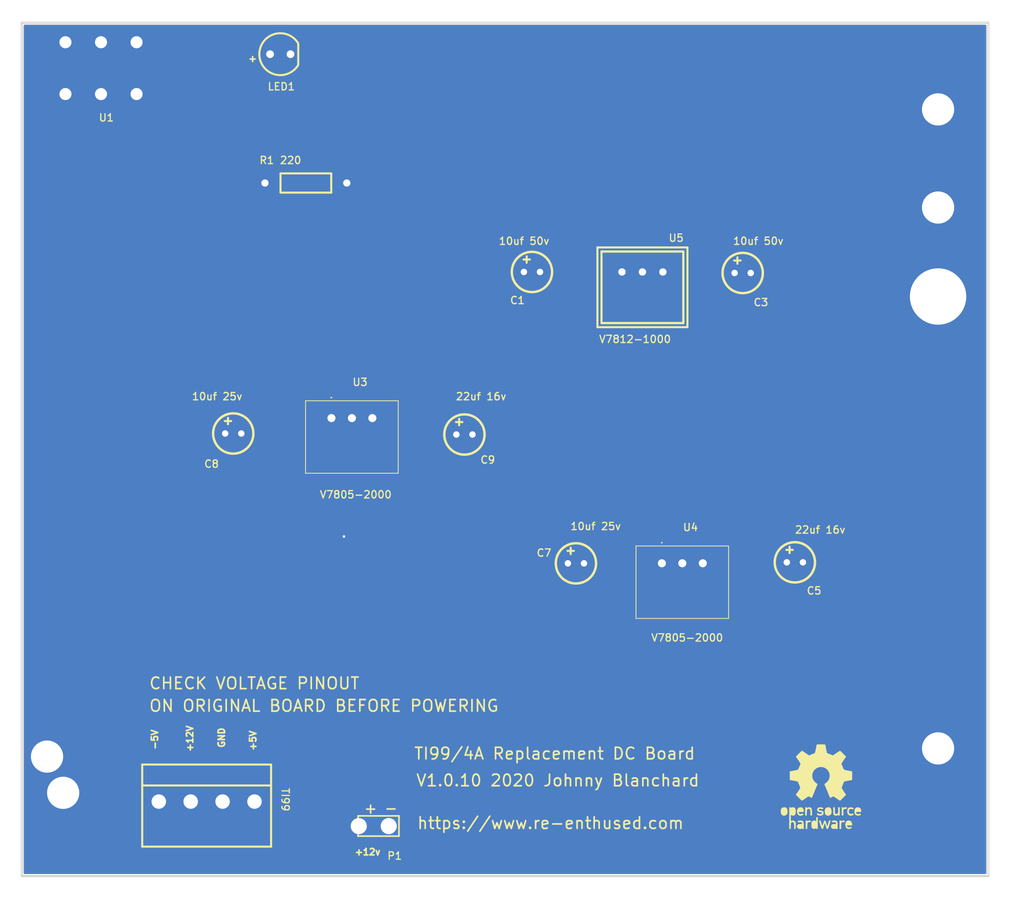
<source format=kicad_pcb>
(kicad_pcb (version 20231231) (generator "pcbnew") (generator_version "7.99")
  (layers (0 "F.Cu" signal "TopLayer") (31 "B.Cu" signal "BottomLayer") (34 "B.Paste" user "BottomPasteMaskLayer") (35 "F.Paste" user "TopPasteMaskLayer") (36 "B.SilkS" user "BottomSilkLayer") (37 "F.SilkS" user "TopSilkLayer") (38 "B.Mask" user "BottomSolderMaskLayer") (39 "F.Mask" user "TopSolderMaskLayer") (44 "Edge.Cuts" user "BoardOutline"))
  (net 1 "")
  (net 2 "+12V")
  (net 3 "+5V")
  (net 4 "DCIN")
  (net 5 "U1_2")
  (net 6 "LED1_1")
  (net 7 "GND")
  (net 8 "-5V")
  (footprint "EasyEDA:Hole_gge747" (layer "F.Cu") (at 203.919 70.734)
    (property "Reference" "Hole_gge747" (hide yes))
    (property "Value" "Hole_gge747" (hide yes))
  )
  (footprint "EasyEDA:CAP-D5.0×F2.0" (layer "F.Cu") (at 116.416 98.801)
    (property "Reference" "C8")
    (property "Value" "10uf 25v")
  )
  (footprint "EasyEDA:HDR-1X2/2.54" (layer "F.Cu") (at 134.45 147.569)
    (property "Reference" "P1")
    (property "Value" "Barrel Jack" (hide yes))
  )
  (footprint "EasyEDA:CAP-D5.0×F2.0" (layer "F.Cu") (at 186.139 114.803)
    (property "Reference" "C5")
    (property "Value" "22uf 16v")
  )
  (footprint "EasyEDA:Hole_gge748" (layer "F.Cu") (at 93.302 138.933)
    (property "Reference" "Hole_gge748" (hide yes))
    (property "Value" "Hole_gge748" (hide yes))
  )
  (footprint "EasyEDA:CAP-D5.0×F2.0" (layer "F.Cu") (at 179.662 78.862)
    (property "Reference" "C3")
    (property "Value" "10uf 50v")
  )
  (footprint "EasyEDA:V7812W-500" (layer "F.Cu") (at 169.756 78.735 180)
    (property "Reference" "U5")
    (property "Value" "V7812-1000")
  )
  (footprint "EasyEDA:LED-5MM/2.54" (layer "F.Cu") (at 122.258 51.684 90)
    (property "Reference" "LED1")
    (property "Value" "LED-5MM" (hide yes))
  )
  (footprint "EasyEDA:DIP-1X4P-3.96MM-SK" (layer "F.Cu") (at 113.114 144.521)
    (property "Reference" "TI99")
    (property "Value" "Header-Male-2.54_1x4" (hide yes))
  )
  (footprint "EasyEDA:SLIDE_SWITCH" (layer "F.Cu") (at 101.557 56.891)
    (property "Reference" "U1")
    (property "Value" "Slide_Switch" (hide yes))
  )
  (footprint "EasyEDA:V78031500" (layer "F.Cu") (at 131.148 94.737)
    (property "Reference" "U3")
    (property "Value" "V7805-2000")
  )
  (footprint "EasyEDA:Hole_gge745" (layer "F.Cu") (at 203.919 137.917)
    (property "Reference" "Hole_gge745" (hide yes))
    (property "Value" "Hole_gge745" (hide yes))
  )
  (footprint "EasyEDA:Hole_gge744" (layer "F.Cu") (at 203.919 58.542)
    (property "Reference" "Hole_gge744" (hide yes))
    (property "Value" "Hole_gge744" (hide yes))
  )
  (footprint "EasyEDA:Hole_gge749" (layer "F.Cu") (at 95.302 143.4331)
    (property "Reference" "Hole_gge749" (hide yes))
    (property "Value" "Hole_gge749" (hide yes))
  )
  (footprint "EasyEDA:V78031500" (layer "F.Cu") (at 172.169 112.771)
    (property "Reference" "U4")
    (property "Value" "V7805-2000")
  )
  (footprint "EasyEDA:CAP-D5.0×F2.0" (layer "F.Cu") (at 145.118 98.928)
    (property "Reference" "C9")
    (property "Value" "22uf 16v")
  )
  (footprint "EasyEDA:CAP-D5.0×F2.0" (layer "F.Cu") (at 153.5 78.735)
    (property "Reference" "C1")
    (property "Value" "10uf 50v")
  )
  (footprint "EasyEDA:L_AXIAL-0.4" (layer "F.Cu") (at 125.433 67.686)
    (property "Reference" "R1")
    (property "Value" "220")
  )
  (footprint "EasyEDA:CAP-D5.0×F2.0" (layer "F.Cu") (at 158.961 114.93)
    (property "Reference" "C7")
    (property "Value" "10uf 25v")
  )
  (footprint "EasyEDA:Hole_gge746" (layer "F.Cu") (at 203.919 81.783)
    (property "Reference" "Hole_gge746" (hide yes))
    (property "Value" "Hole_gge746" (hide yes))
  )
  (gr_poly (pts (xy 190.4368 145.5119) (xy 190.462788 145.567605) (xy 190.475423 145.616437) (xy 190.484088 145.671812) (xy 190.488599 145.731318) (xy 190.488771 145.792543) (xy 190.484418 145.853075) (xy 190.475355 145.910503) (xy 190.469 145.9373) (xy 190.443522 145.983921) (xy 190.398536 146.021541) (xy 190.340709 146.047485) (xy 190.276709 146.059081) (xy 190.213205 146.053654) (xy 190.1933 146.0476) (xy 190.142182 146.020097) (xy 190.102327 145.979163) (xy 190.073376 145.92404) (xy 190.054967 145.853973) (xy 190.048374 145.798587) (xy 190.0462 145.736) (xy 190.049672 145.665744) (xy 190.060087 145.604834) (xy 190.077439 145.553275) (xy 190.116465 145.493486) (xy 190.171075 145.454778) (xy 190.241251 145.437174) (xy 190.2681 145.436) (xy 190.323287 145.440406) (xy 190.378842 145.459018) (xy 190.422209 145.493421) (xy 190.4368 145.5119)) (fill solid) (layer "F.SilkS"))
  (gr_poly (pts (xy 185.4387 146.5817) (xy 185.4387 147.932) (xy 185.5326 147.9212) (xy 185.6265 147.9104) (xy 185.6435 147.5251) (xy 185.646899 147.453362) (xy 185.650515 147.389603) (xy 185.654542 147.333357) (xy 185.664612 147.241553) (xy 185.678673 147.174235) (xy 185.698285 147.127693) (xy 185.741529 147.088712) (xy 185.806052 147.075592) (xy 185.8332 147.0748) (xy 185.883803 147.082778) (xy 185.9385 147.103867) (xy 185.9698 147.1226) (xy 186.004723 147.160979) (xy 186.022009 147.208062) (xy 186.033697 147.282056) (xy 186.039282 147.351326) (xy 186.043736 147.440043) (xy 186.045707 147.492629) (xy 186.0476 147.5512) (xy 186.0592 147.9314) (xy 186.15 147.9209) (xy 186.2408 147.9104) (xy 186.2504 147.5071) (xy 186.2601 147.1038) (xy 186.1429 146.9866) (xy 186.094716 146.94163) (xy 186.051349 146.909119) (xy 185.995019 146.882293) (xy 185.932848 146.870758) (xy 185.897 146.8695) (xy 185.841757 146.873884) (xy 185.787612 146.8859) (xy 185.740385 146.90384) (xy 185.7059 146.926) (xy 185.655561 146.933686) (xy 185.647397 146.875846) (xy 185.644798 146.808057) (xy 185.643716 146.712755) (xy 185.64354 146.65368) (xy 185.6435 146.5864) (xy 185.6435 146.1904) (xy 185.7665 146.2417) (xy 185.822671 146.261353) (xy 185.877042 146.272626) (xy 185.929507 146.275539) (xy 185.979962 146.270112) (xy 186.028303 146.256365) (xy 186.074426 146.234317) (xy 186.118226 146.203988) (xy 186.1596 146.1654) (xy 186.192643 146.125045) (xy 186.216343 146.080671) (xy 186.232643 146.024798) (xy 186.243482 145.949948) (xy 186.248635 145.885811) (xy 186.2528 145.8077) (xy 186.254689 145.753936) (xy 186.255275 145.703492) (xy 186.252409 145.612103) (xy 186.243951 145.532605) (xy 186.22965 145.464075) (xy 186.209255 145.405584) (xy 186.182515 145.356209) (xy 186.14918 145.315023) (xy 186.109 145.2811) (xy 186.049714 145.253902) (xy 185.999101 145.241792) (xy 185.943222 145.234629) (xy 185.88517 145.232524) (xy 185.828035 145.235589) (xy 185.774909 145.243935) (xy 185.7095 145.2666) (xy 185.659437 145.2849) (xy 185.6435 145.2666) (xy 185.598241 145.237353) (xy 185.5411 145.2313) (xy 185.4387 145.2313) (xy 185.4387 146.5817)) (fill solid) (layer "F.SilkS"))
  (gr_poly (pts (xy 193.0041 147.1747) (xy 193.024291 147.225984) (xy 193.031056 147.278449) (xy 193.0285 147.2857) (xy 192.971209 147.303156) (xy 192.907193 147.309863) (xy 192.849771 147.312637) (xy 192.8087 147.3132) (xy 192.752129 147.31267) (xy 192.687819 147.309403) (xy 192.634602 147.298801) (xy 192.606 147.2561) (xy 192.619705 147.192858) (xy 192.656545 147.142159) (xy 192.710102 147.105311) (xy 192.773962 147.083625) (xy 192.841708 147.07841) (xy 192.906923 147.090978) (xy 192.963192 147.122637) (xy 193.0041 147.1747)) (fill solid) (layer "F.SilkS"))
  (gr_poly (pts (xy 186.9529 145.4726) (xy 187.001975 145.514825) (xy 187.041381 145.565626) (xy 187.013615 145.619722) (xy 186.939429 145.635723) (xy 186.865447 145.64025) (xy 186.821 145.6408) (xy 186.739654 145.639434) (xy 186.678231 145.634734) (xy 186.621685 145.619446) (xy 186.615631 145.56444) (xy 186.660476 145.508733) (xy 186.6829 145.4857) (xy 186.735784 145.43869) (xy 186.782524 145.41249) (xy 186.843221 145.409543) (xy 186.89348 145.431036) (xy 186.9529 145.4726)) (fill solid) (layer "F.SilkS"))
  (gr_poly (pts (xy 191.9575 145.7432) (xy 191.9575 146.2551) (xy 192.0599 146.2551) (xy 192.1623 146.2551) (xy 192.1623 145.8809) (xy 192.162376 145.81962) (xy 192.162662 145.765258) (xy 192.164187 145.675409) (xy 192.167531 145.607605) (xy 192.177392 145.539037) (xy 192.203031 145.489793) (xy 192.2345 145.4681) (xy 192.291586 145.448967) (xy 192.349337 145.441645) (xy 192.4047 145.4438) (xy 192.476655 145.438605) (xy 192.545135 145.409116) (xy 192.598986 145.36536) (xy 192.627056 145.317364) (xy 192.6051 145.2641) (xy 192.552197 145.244684) (xy 192.477695 145.234533) (xy 192.421987 145.232875) (xy 192.365618 145.235275) (xy 192.312164 145.241712) (xy 192.245268 145.258883) (xy 192.2283 145.2666) (xy 192.178237 145.2849) (xy 192.1623 145.2666) (xy 192.117041 145.237353) (xy 192.0599 145.2313) (xy 191.9575 145.2313) (xy 191.9575 145.7432)) (fill solid) (layer "F.SilkS"))
  (gr_poly (pts (xy 184.5616 145.2981) (xy 184.514588 145.334185) (xy 184.474557 145.380531) (xy 184.441701 145.436524) (xy 184.416212 145.50155) (xy 184.398284 145.574994) (xy 184.38811 145.656243) (xy 184.385884 145.744683) (xy 184.3918 145.8397) (xy 184.402753 145.918701) (xy 184.418675 145.988057) (xy 184.440034 146.048519) (xy 184.4673 146.100837) (xy 184.50094 146.145763) (xy 184.541425 146.184048) (xy 184.589221 146.216443) (xy 184.6448 146.2437) (xy 184.707884 146.26504) (xy 184.770556 146.276307) (xy 184.832506 146.277574) (xy 184.893425 146.268912) (xy 184.953003 146.250392) (xy 185.010931 146.222085) (xy 185.0669 146.184064) (xy 185.1206 146.1364) (xy 185.156275 146.099735) (xy 185.194424 146.052511) (xy 185.217487 146.004087) (xy 185.229233 145.942616) (xy 185.232638 145.888538) (xy 185.233806 145.819887) (xy 185.2339 145.779) (xy 185.232463 145.709466) (xy 185.22811 145.645035) (xy 185.220777 145.585622) (xy 185.210401 145.531142) (xy 185.196918 145.48151) (xy 185.160374 145.396455) (xy 185.110638 145.32978) (xy 185.047197 145.280809) (xy 184.969544 145.248866) (xy 184.877168 145.233275) (xy 184.8253 145.2314) (xy 184.772097 145.234156) (xy 184.718361 145.241975) (xy 184.666134 145.25435) (xy 184.617456 145.270775) (xy 184.5616 145.2981)) (fill solid) (layer "F.SilkS"))
  (gr_poly (pts (xy 186.5565 146.9231) (xy 186.503685 146.955369) (xy 186.469758 146.992852) (xy 186.495978 147.050188) (xy 186.5433 147.0852) (xy 186.589216 147.10973) (xy 186.643777 147.11371) (xy 186.6582 147.104) (xy 186.707636 147.082901) (xy 186.785043 147.077513) (xy 186.8435 147.081625) (xy 186.901356 147.091183) (xy 186.9534 147.105575) (xy 187.009164 147.13488) (xy 187.0192 147.1464) (xy 187.045368 147.205276) (xy 187.032242 147.262873) (xy 186.985143 147.291299) (xy 186.935471 147.303604) (xy 186.870851 147.310835) (xy 186.791 147.3132) (xy 186.722627 147.31372) (xy 186.668409 147.315923) (xy 186.607462 147.324479) (xy 186.549467 147.350731) (xy 186.511106 147.385752) (xy 186.4827 147.4182) (xy 186.450077 147.459939) (xy 186.416057 147.517579) (xy 186.399387 147.572925) (xy 186.399455 147.630105) (xy 186.415649 147.69325) (xy 186.4351 147.7407) (xy 186.471394 147.797381) (xy 186.522564 147.845117) (xy 186.585173 147.882922) (xy 186.655787 147.909812) (xy 186.730972 147.9248) (xy 186.807292 147.926901) (xy 186.881313 147.915129) (xy 186.9496 147.8885) (xy 186.998233 147.867898) (xy 187.0355 147.8885) (xy 187.081869 147.918549) (xy 187.137883 147.927297) (xy 187.1481 147.9275) (xy 187.2476 147.9275) (xy 187.2476 147.5366) (xy 187.247207 147.459279) (xy 187.245952 147.389044) (xy 187.243717 147.325479) (xy 187.240384 147.268171) (xy 187.235836 147.216708) (xy 187.222623 147.129661) (xy 187.20314 147.061029) (xy 187.176447 147.007506) (xy 187.141603 146.965786) (xy 187.097669 146.93256) (xy 187.072 146.9181) (xy 187.01992 146.897614) (xy 186.957126 146.883232) (xy 186.887209 146.874919) (xy 186.813762 146.872637) (xy 186.740375 146.87635) (xy 186.670642 146.886023) (xy 186.608152 146.901618) (xy 186.5565 146.9231)) (fill solid) (layer "F.SilkS"))
  (gr_poly (pts (xy 188.806 137.663) (xy 188.794774 137.71828) (xy 188.782159 137.780623) (xy 188.768583 137.847895) (xy 188.754475 137.917962) (xy 188.740263 137.98869) (xy 188.726378 138.057945) (xy 188.713247 138.123593) (xy 188.7013 138.1835) (xy 188.689063 138.240371) (xy 188.675707 138.294373) (xy 188.661613 138.344397) (xy 188.639921 138.409554) (xy 188.61871 138.459532) (xy 188.5934 138.4961) (xy 188.547421 138.521462) (xy 188.486219 138.550231) (xy 188.435564 138.572778) (xy 188.378812 138.597225) (xy 188.317493 138.622894) (xy 188.253138 138.649104) (xy 188.2203 138.6622) (xy 187.9008 138.7886) (xy 187.4742 138.4946) (xy 187.430583 138.464633) (xy 187.3879 138.435508) (xy 187.346384 138.407376) (xy 187.267786 138.354692) (xy 187.196656 138.307785) (xy 187.134859 138.26786) (xy 187.08426 138.236122) (xy 187.03344 138.2065) (xy 187.019 138.2005) (xy 186.961145 138.24495) (xy 186.917147 138.284551) (xy 186.863655 138.334363) (xy 186.802285 138.392882) (xy 186.734653 138.458604) (xy 186.698994 138.493696) (xy 186.662376 138.530023) (xy 186.625 138.5674) (xy 186.2595 138.9343) (xy 186.5488 139.3584) (xy 186.578267 139.401813) (xy 186.606909 139.444408) (xy 186.661123 139.526192) (xy 186.710253 139.601851) (xy 186.753112 139.669487) (xy 186.788513 139.727199) (xy 186.81527 139.773089) (xy 186.8381 139.8218) (xy 186.81314 139.902105) (xy 186.774752 140.000258) (xy 186.751188 140.057728) (xy 186.725669 140.118575) (xy 186.698912 140.181137) (xy 186.671636 140.243749) (xy 186.644559 140.304748) (xy 186.6184 140.36247) (xy 186.593876 140.415251) (xy 186.571706 140.461428) (xy 186.537299 140.527316) (xy 186.5265 140.5437) (xy 186.474854 140.566323) (xy 186.423662 140.581586) (xy 186.358437 140.598762) (xy 186.281338 140.617312) (xy 186.194526 140.636695) (xy 186.10016 140.656371) (xy 186.050819 140.66615) (xy 186.0004 140.6758) (xy 185.507 140.7685) (xy 185.507 141.3048) (xy 185.507 141.8411) (xy 185.9422 141.92) (xy 186.031047 141.936414) (xy 186.116731 141.952746) (xy 186.197174 141.968568) (xy 186.2703 141.98345) (xy 186.334032 141.996962) (xy 186.386293 142.008678) (xy 186.438637 142.021942) (xy 186.4481 142.025) (xy 186.488432 142.057178) (xy 186.52321 142.107132) (xy 186.549106 142.15371) (xy 186.577518 142.211518) (xy 186.608742 142.281079) (xy 186.643075 142.362915) (xy 186.6615 142.4086) (xy 186.690099 142.481643) (xy 186.716782 142.55204) (xy 186.740965 142.618092) (xy 186.762062 142.6781) (xy 186.779489 142.730363) (xy 186.797468 142.790522) (xy 186.8039 142.8237) (xy 186.782296 142.877293) (xy 186.756976 142.923768) (xy 186.723475 142.980875) (xy 186.682913 143.046746) (xy 186.636415 143.119518) (xy 186.585103 143.197325) (xy 186.5301 143.2783) (xy 186.2562 143.6756) (xy 186.6234 144.0439) (xy 186.660921 144.081406) (xy 186.69764 144.11786) (xy 186.733355 144.153075) (xy 186.800974 144.219028) (xy 186.862172 144.277755) (xy 186.915346 144.327746) (xy 186.958891 144.367488) (xy 187.002645 144.404584) (xy 187.0151 144.4121) (xy 187.07498 144.379198) (xy 187.12184 144.349885) (xy 187.17919 144.313013) (xy 187.245296 144.269694) (xy 187.318426 144.221042) (xy 187.396847 144.16817) (xy 187.4375 144.1405) (xy 187.8353 143.8689) (xy 188.0398 143.9721) (xy 188.100929 144.002196) (xy 188.155768 144.027834) (xy 188.213955 144.05285) (xy 188.2549 144.0645) (xy 188.276458 144.018816) (xy 188.308021 143.945321) (xy 188.328731 143.896214) (xy 188.352624 143.839112) (xy 188.379625 143.7742) (xy 188.409655 143.701661) (xy 188.44264 143.621679) (xy 188.478502 143.534439) (xy 188.517165 143.440125) (xy 188.558553 143.338919) (xy 188.602589 143.231007) (xy 188.649197 143.116573) (xy 188.6983 142.9958) (xy 188.722202 142.937163) (xy 188.747639 142.875156) (xy 188.773827 142.811658) (xy 188.799987 142.74855) (xy 188.825336 142.68771) (xy 188.849092 142.631018) (xy 188.870474 142.580355) (xy 188.8887 142.5376) (xy 188.9682 142.3524) (xy 188.8695 142.2816) (xy 188.799787 142.229501) (xy 188.734847 142.1767) (xy 188.674643 142.123132) (xy 188.619137 142.068732) (xy 188.56829 142.013435) (xy 188.522064 141.957176) (xy 188.480422 141.89989) (xy 188.443325 141.841512) (xy 188.410734 141.781978) (xy 188.382613 141.721222) (xy 188.358922 141.659179) (xy 188.339625 141.595785) (xy 188.324681 141.530976) (xy 188.314055 141.464684) (xy 188.307707 141.396847) (xy 188.3056 141.3274) (xy 188.308107 141.245565) (xy 188.315593 141.166022) (xy 188.328001 141.088862) (xy 188.345275 141.014175) (xy 188.367357 140.942051) (xy 188.394193 140.872583) (xy 188.425726 140.805861) (xy 188.4619 140.741975) (xy 188.502657 140.681016) (xy 188.547943 140.623075) (xy 188.597701 140.568244) (xy 188.651875 140.516612) (xy 188.710407 140.468271) (xy 188.773243 140.423311) (xy 188.840326 140.381824) (xy 188.9116 140.3439) (xy 188.978968 140.3117) (xy 189.037915 140.286107) (xy 189.091392 140.266413) (xy 189.14235 140.251912) (xy 189.193738 140.241897) (xy 189.248509 140.23566) (xy 189.309612 140.232497) (xy 189.38 140.2317) (xy 189.459268 140.234505) (xy 189.536874 140.242549) (xy 189.612646 140.255726) (xy 189.686414 140.273928) (xy 189.758007 140.297048) (xy 189.827256 140.32498) (xy 189.893989 140.357616) (xy 189.958037 140.39485) (xy 190.019229 140.436574) (xy 190.077395 140.482682) (xy 190.132364 140.533067) (xy 190.183967 140.587621) (xy 190.232032 140.646239) (xy 190.276389 140.708812) (xy 190.316869 140.775235) (xy 190.3533 140.8454) (xy 190.382252 140.908274) (xy 190.405385 140.96441) (xy 190.423304 141.01657) (xy 190.436612 141.067512) (xy 190.445912 141.119996) (xy 190.451807 141.176782) (xy 190.454902 141.24063) (xy 190.4558 141.3143) (xy 190.453829 141.387259) (xy 190.447856 141.457817) (xy 190.437791 141.526129) (xy 190.423543 141.59235) (xy 190.405023 141.656634) (xy 190.38214 141.719138) (xy 190.354804 141.780016) (xy 190.322925 141.839425) (xy 190.286411 141.897518) (xy 190.245175 141.954452) (xy 190.199124 142.010381) (xy 190.148168 142.065462) (xy 190.092218 142.119849) (xy 190.031184 142.173697) (xy 189.964974 142.227162) (xy 189.8935 142.2804) (xy 189.7964 142.35) (xy 190.0454 142.9459) (xy 190.071288 143.00794) (xy 190.097495 143.070844) (xy 190.123841 143.134176) (xy 190.150146 143.1975) (xy 190.17623 143.260378) (xy 190.201912 143.322374) (xy 190.227012 143.383052) (xy 190.25135 143.441975) (xy 190.274745 143.498706) (xy 190.297019 143.55281) (xy 190.317989 143.603849) (xy 190.337478 143.651387) (xy 190.371285 143.734214) (xy 190.397 143.7978) (xy 190.417815 143.849442) (xy 190.437581 143.898042) (xy 190.464256 143.962843) (xy 190.485984 144.014646) (xy 190.506995 144.062079) (xy 190.5084 144.0645) (xy 190.560804 144.047723) (xy 190.623312 144.019863) (xy 190.680364 143.992595) (xy 190.7216 143.9721) (xy 190.9261 143.8689) (xy 191.3239 144.1405) (xy 191.404316 144.195064) (xy 191.480309 144.245965) (xy 191.550148 144.29209) (xy 191.6121 144.332325) (xy 191.664433 144.365556) (xy 191.721109 144.399837) (xy 191.7464 144.4121) (xy 191.802512 144.367538) (xy 191.846014 144.327835) (xy 191.899141 144.277892) (xy 191.960287 144.219214) (xy 192.027846 144.15331) (xy 192.06353 144.118119) (xy 192.100214 144.081686) (xy 192.1377 144.0442) (xy 192.5045 143.6763) (xy 192.231 143.2716) (xy 192.176098 143.189175) (xy 192.124939 143.110107) (xy 192.078638 143.036283) (xy 192.038312 142.969587) (xy 192.005079 142.911905) (xy 191.980054 142.865123) (xy 191.9591 142.8118) (xy 191.971179 142.762198) (xy 191.993367 142.694816) (xy 192.013282 142.638702) (xy 192.036596 142.575613) (xy 192.062706 142.507244) (xy 192.091011 142.43529) (xy 192.1058 142.3985) (xy 192.251 142.0401) (xy 192.4199 142.001) (xy 192.485061 141.986689) (xy 192.540634 141.975111) (xy 192.603513 141.962381) (xy 192.67164 141.948908) (xy 192.742957 141.9351) (xy 192.815405 141.921366) (xy 192.886928 141.908116) (xy 192.9217 141.9018) (xy 193.2544 141.8417) (xy 193.2544 141.3051) (xy 193.2544 140.7685) (xy 192.761 140.6758) (xy 192.710589 140.66615) (xy 192.661275 140.656371) (xy 192.567012 140.636695) (xy 192.480361 140.617312) (xy 192.403475 140.598762) (xy 192.338503 140.581586) (xy 192.2876 140.566323) (xy 192.2366 140.5437) (xy 192.210882 140.498858) (xy 192.169648 140.413981) (xy 192.145037 140.360746) (xy 192.118736 140.302563) (xy 192.091476 140.241118) (xy 192.063987 140.1781) (xy 192.036998 140.115193) (xy 192.011239 140.054086) (xy 191.987441 139.996466) (xy 191.966332 139.944018) (xy 191.935106 139.861391) (xy 191.9234 139.8197) (xy 191.946334 139.7723) (xy 191.973212 139.727014) (xy 192.008775 139.66985) (xy 192.051827 139.602692) (xy 192.101178 139.527425) (xy 192.155633 139.445932) (xy 192.184402 139.403441) (xy 192.214 139.3601) (xy 192.5047 138.9366) (xy 192.1378 138.5686) (xy 192.100288 138.531095) (xy 192.063565 138.494643) (xy 192.027829 138.459433) (xy 191.960126 138.393494) (xy 191.89879 138.334784) (xy 191.845429 138.284813) (xy 191.801652 138.245088) (xy 191.757477 138.208011) (xy 191.7447 138.2005) (xy 191.68028 138.23609) (xy 191.629808 138.267794) (xy 191.56802 138.307672) (xy 191.496783 138.354517) (xy 191.417963 138.407124) (xy 191.376293 138.435211) (xy 191.333427 138.464287) (xy 191.2896 138.4942) (xy 190.8608 138.7879) (xy 190.4962 138.6391) (xy 190.1316 138.4903) (xy 190.0894 138.3198) (xy 190.074475 138.255366) (xy 190.062905 138.201483) (xy 190.050491 138.141142) (xy 190.037616 138.076302) (xy 190.024667 138.00892) (xy 190.01203 137.940956) (xy 190.000088 137.874367) (xy 189.9945 137.8422) (xy 189.98357 137.779258) (xy 189.972648 137.718187) (xy 189.962024 137.660491) (xy 189.951987 137.607675) (xy 189.938666 137.540891) (xy 189.92566 137.482969) (xy 189.9235 137.4753) (xy 189.8849 137.437746) (xy 189.82205 137.425387) (xy 189.754505 137.420383) (xy 189.661346 137.417404) (xy 189.603795 137.416524) (xy 189.538201 137.41597) (xy 189.464018 137.415682) (xy 189.3807 137.4156) (xy 188.8564 137.4156) (xy 188.806 137.663)) (fill solid) (layer "F.SilkS"))
  (gr_poly (pts (xy 187.0428 147.5456) (xy 187.034504 147.608997) (xy 187.009598 147.657901) (xy 186.968049 147.692332) (xy 186.909825 147.71231) (xy 186.834894 147.717855) (xy 186.8062 147.7165) (xy 186.746343 147.708846) (xy 186.696051 147.695695) (xy 186.639941 147.667089) (xy 186.604562 147.615799) (xy 186.618934 147.55427) (xy 186.6309 147.5379) (xy 186.672183 147.508912) (xy 186.724106 147.493821) (xy 186.774871 147.487035) (xy 186.836342 147.483999) (xy 186.8593 147.4838) (xy 186.911485 147.484322) (xy 186.970232 147.487659) (xy 187.025424 147.503194) (xy 187.0428 147.5456)) (fill solid) (layer "F.SilkS"))
  (gr_poly (pts (xy 194.0922 145.4857) (xy 194.133343 145.529458) (xy 194.166541 145.578923) (xy 194.139106 145.625791) (xy 194.068551 145.637558) (xy 193.997295 145.640477) (xy 193.9541 145.6408) (xy 193.884763 145.639322) (xy 193.826089 145.635094) (xy 193.767779 145.625712) (xy 193.7323 145.6051) (xy 193.758434 145.549935) (xy 193.80294 145.499402) (xy 193.85729 145.451559) (xy 193.911128 145.415896) (xy 193.9541 145.4019) (xy 194.007755 145.421094) (xy 194.055364 145.453157) (xy 194.0922 145.4857)) (fill solid) (layer "F.SilkS"))
  (gr_poly (pts (xy 187.4865 147.4008) (xy 187.4865 147.932) (xy 187.5804 147.9212) (xy 187.6742 147.9104) (xy 187.6913 147.5251) (xy 187.694885 147.449764) (xy 187.698752 147.383007) (xy 187.703144 147.324363) (xy 187.708303 147.273362) (xy 187.721889 147.192423) (xy 187.74145 147.13645) (xy 187.786232 147.091117) (xy 187.855359 147.080917) (xy 187.9182 147.0874) (xy 187.973109 147.090856) (xy 188.029188 147.078266) (xy 188.079826 147.043879) (xy 188.1006 147.0233) (xy 188.134777 146.98617) (xy 188.154515 146.938754) (xy 188.1063 146.9065) (xy 188.045838 146.883046) (xy 187.978795 146.872052) (xy 187.90979 146.8733) (xy 187.843443 146.886573) (xy 187.784374 146.911653) (xy 187.7671 146.9226) (xy 187.719121 146.953601) (xy 187.6913 146.9226) (xy 187.659578 146.879372) (xy 187.601569 146.869697) (xy 187.5889 146.8695) (xy 187.4865 146.8695) (xy 187.4865 147.4008)) (fill solid) (layer "F.SilkS"))
  (gr_poly (pts (xy 191.2408 147.5623) (xy 191.233827 147.619917) (xy 191.201151 147.675422) (xy 191.157299 147.702349) (xy 191.095313 147.717777) (xy 191.043227 147.722165) (xy 191.0138 147.7227) (xy 190.957063 147.719386) (xy 190.88884 147.702696) (xy 190.842237 147.6733) (xy 190.816376 147.616978) (xy 190.826172 147.56387) (xy 190.8353 147.5444) (xy 190.877663 147.504703) (xy 190.928405 147.49066) (xy 190.982833 147.48539) (xy 191.0543 147.4838) (xy 191.111639 147.484207) (xy 191.173682 147.487444) (xy 191.227089 147.505689) (xy 191.2408 147.5623)) (fill solid) (layer "F.SilkS"))
  (gr_poly (pts (xy 190.0224 145.2981) (xy 189.975388 145.334185) (xy 189.935357 145.380531) (xy 189.902501 145.436524) (xy 189.877012 145.50155) (xy 189.859084 145.574994) (xy 189.84891 145.656243) (xy 189.846684 145.744683) (xy 189.8526 145.8397) (xy 189.86352 145.918701) (xy 189.879418 145.988057) (xy 189.900764 146.048519) (xy 189.928025 146.100837) (xy 189.96167 146.145763) (xy 190.002168 146.184048) (xy 190.049989 146.216443) (xy 190.1056 146.2437) (xy 190.16868 146.26504) (xy 190.231342 146.276307) (xy 190.293279 146.277574) (xy 190.354187 146.268912) (xy 190.413759 146.250392) (xy 190.471689 146.222085) (xy 190.527671 146.184064) (xy 190.5814 146.1364) (xy 190.617046 146.099735) (xy 190.65518 146.052511) (xy 190.67825 146.004087) (xy 190.690013 145.942616) (xy 190.69343 145.888538) (xy 190.694605 145.819887) (xy 190.6947 145.779) (xy 190.693262 145.709466) (xy 190.688906 145.645035) (xy 190.681569 145.585622) (xy 190.671187 145.531142) (xy 190.657698 145.48151) (xy 190.621142 145.396455) (xy 190.571396 145.32978) (xy 190.507953 145.280809) (xy 190.430307 145.248866) (xy 190.337951 145.233275) (xy 190.2861 145.2314) (xy 190.23286 145.234156) (xy 190.179117 145.241975) (xy 190.126902 145.25435) (xy 190.078242 145.270775) (xy 190.0224 145.2981)) (fill solid) (layer "F.SilkS"))
  (gr_poly (pts (xy 192.8405 145.2887) (xy 192.790545 145.324248) (xy 192.74844 145.364396) (xy 192.713821 145.409978) (xy 192.686325 145.461825) (xy 192.665587 145.520768) (xy 192.651246 145.58764) (xy 192.642938 145.663273) (xy 192.6403 145.7485) (xy 192.643101 145.828713) (xy 192.651442 145.901054) (xy 192.665565 145.96609) (xy 192.685712 146.024387) (xy 192.712127 146.07651) (xy 192.745051 146.123026) (xy 192.784728 146.1645) (xy 192.8314 146.2015) (xy 192.898086 146.237945) (xy 192.97279 146.261878) (xy 193.052205 146.273552) (xy 193.133025 146.273225) (xy 193.211941 146.26115) (xy 193.285646 146.237584) (xy 193.350835 146.202782) (xy 193.4042 146.157) (xy 193.436944 146.114819) (xy 193.422059 146.06287) (xy 193.3941 146.0361) (xy 193.349526 146.002945) (xy 193.29254 145.999495) (xy 193.2502 146.0185) (xy 193.203916 146.038646) (xy 193.155535 146.051345) (xy 193.082303 146.056791) (xy 193.012757 146.046411) (xy 192.951942 146.020761) (xy 192.9049 145.9804) (xy 192.876762 145.932991) (xy 192.857103 145.873623) (xy 192.845848 145.806547) (xy 192.842925 145.736012) (xy 192.848261 145.66627) (xy 192.861784 145.60157) (xy 192.883421 145.546163) (xy 192.9131 145.5043) (xy 192.963714 145.468457) (xy 193.027175 145.445965) (xy 193.097976 145.437304) (xy 193.170612 145.442959) (xy 193.239578 145.463411) (xy 193.2608 145.4736) (xy 193.315158 145.491796) (xy 193.362725 145.474893) (xy 193.4001 145.442) (xy 193.4693 145.3729) (xy 193.3533 145.3022) (xy 193.296 145.273692) (xy 193.231578 145.252714) (xy 193.162623 145.239331) (xy 193.091725 145.233612) (xy 193.021473 145.235622) (xy 192.954459 145.245429) (xy 192.893271 145.263099) (xy 192.8405 145.2887)) (fill solid) (layer "F.SilkS"))
  (gr_poly (pts (xy 186.5825 145.3053) (xy 186.519955 145.366168) (xy 186.469634 145.439482) (xy 186.431964 145.522971) (xy 186.407375 145.614362) (xy 186.396294 145.711383) (xy 186.399153 145.81176) (xy 186.405943 145.862498) (xy 186.416378 145.913224) (xy 186.430512 145.963652) (xy 186.4484 146.0135) (xy 186.475262 146.069782) (xy 186.50835 146.123037) (xy 186.543462 146.167273) (xy 186.5764 146.1965) (xy 186.644263 146.233203) (xy 186.716498 146.259031) (xy 186.791375 146.274012) (xy 186.867162 146.278175) (xy 186.942129 146.271546) (xy 187.014545 146.254156) (xy 187.082679 146.226031) (xy 187.1448 146.1872) (xy 187.191181 146.149979) (xy 187.200206 146.095301) (xy 187.1666 146.0551) (xy 187.129459 146.018301) (xy 187.078324 146.005499) (xy 187.027461 146.023491) (xy 186.9919 146.04) (xy 186.939357 146.060475) (xy 186.885962 146.072925) (xy 186.835285 146.076787) (xy 186.7909 146.0715) (xy 186.73545 146.046492) (xy 186.683281 146.004497) (xy 186.640797 145.953714) (xy 186.614401 145.902342) (xy 186.6153 145.8471) (xy 186.678169 145.826795) (xy 186.740727 145.819299) (xy 186.791515 145.815551) (xy 186.848325 145.812937) (xy 186.910091 145.811575) (xy 186.9425 145.8114) (xy 187.2476 145.8114) (xy 187.2476 145.6732) (xy 187.244389 145.613525) (xy 187.235003 145.555414) (xy 187.219808 145.499666) (xy 187.199175 145.447087) (xy 187.173469 145.398478) (xy 187.143059 145.354642) (xy 187.108313 145.316381) (xy 187.0696 145.2845) (xy 187.020533 145.258741) (xy 186.961315 145.241371) (xy 186.895333 145.232247) (xy 186.825975 145.231225) (xy 186.756625 145.238162) (xy 186.690671 145.252915) (xy 186.631501 145.275342) (xy 186.5825 145.3053)) (fill solid) (layer "F.SilkS"))
  (gr_poly (pts (xy 189.1393 146.9292) (xy 189.158396 146.988773) (xy 189.175282 147.041533) (xy 189.19615 147.106762) (xy 189.220317 147.182327) (xy 189.247103 147.266095) (xy 189.275824 147.35593) (xy 189.3058 147.4497) (xy 189.330265 147.526026) (xy 189.352139 147.59349) (xy 189.371704 147.652653) (xy 189.389245 147.704075) (xy 189.419388 147.785934) (xy 189.444837 147.84355) (xy 189.479177 147.894319) (xy 189.529722 147.918983) (xy 189.5451 147.9212) (xy 189.600219 147.920333) (xy 189.645133 147.896526) (xy 189.6495 147.8871) (xy 189.670862 147.811722) (xy 189.696817 147.722645) (xy 189.725404 147.626323) (xy 189.740071 147.577462) (xy 189.754662 147.529212) (xy 189.782631 147.437768) (xy 189.807351 147.358448) (xy 189.826861 147.297706) (xy 189.8392 147.262) (xy 189.8655 147.1937) (xy 189.8856 147.262) (xy 189.920565 147.381038) (xy 189.951239 147.485054) (xy 189.978054 147.575042) (xy 190.001442 147.651998) (xy 190.021836 147.716915) (xy 190.03967 147.77079) (xy 190.069387 147.849387) (xy 190.094056 147.895749) (xy 190.142099 147.923597) (xy 190.1724 147.921) (xy 190.223016 147.908256) (xy 190.267676 147.859088) (xy 190.301825 147.787387) (xy 190.32194 147.735656) (xy 190.344851 147.671469) (xy 190.371134 147.593425) (xy 190.401365 147.500123) (xy 190.436121 147.390161) (xy 190.475978 147.262137) (xy 190.521512 147.11465) (xy 190.5733 146.9463) (xy 190.5808 146.89137) (xy 190.527119 146.870614) (xy 190.4752 146.8695) (xy 190.416048 146.872384) (xy 190.366863 146.890662) (xy 190.3534 146.9317) (xy 190.345289 146.992281) (xy 190.332491 147.049965) (xy 190.315597 147.11335) (xy 190.3061 147.145) (xy 190.290134 147.196736) (xy 190.272325 147.255647) (xy 190.253931 147.317516) (xy 190.236209 147.378128) (xy 190.220417 147.433265) (xy 190.2158 147.4497) (xy 190.1729 147.6033) (xy 190.0554 147.2364) (xy 190.03697 147.179182) (xy 190.020223 147.128128) (xy 189.991059 147.043143) (xy 189.966465 146.978718) (xy 189.945 146.932125) (xy 189.915515 146.8897) (xy 189.8616 146.8695) (xy 189.808049 146.888953) (xy 189.768766 146.949465) (xy 189.746546 147.001604) (xy 189.720783 147.071676) (xy 189.690107 147.162192) (xy 189.6725 147.2159) (xy 189.65019 147.284075) (xy 189.630403 147.34312) (xy 189.612806 147.393003) (xy 189.582849 147.465161) (xy 189.546025 147.503925) (xy 189.51095 147.458587) (xy 189.484107 147.381233) (xy 189.468649 147.328326) (xy 189.451391 147.265892) (xy 189.432 147.1939) (xy 189.416372 147.135627) (xy 189.402609 147.084784) (xy 189.379371 147.00336) (xy 189.359673 146.945579) (xy 189.331043 146.894372) (xy 189.280868 146.871029) (xy 189.2228 146.8695) (xy 189.172867 146.872092) (xy 189.134234 146.905903) (xy 189.1393 146.9292)) (fill solid) (layer "F.SilkS"))
  (gr_poly (pts (xy 188.7834 146.7178) (xy 188.7834 146.9757) (xy 188.7076 146.9226) (xy 188.660733 146.895826) (xy 188.61079 146.87844) (xy 188.558751 146.87034) (xy 188.5056 146.871425) (xy 188.452316 146.881594) (xy 188.399884 146.900746) (xy 188.349284 146.928782) (xy 188.3015 146.9656) (xy 188.251948 147.012276) (xy 188.220565 147.0561) (xy 188.203201 147.113586) (xy 188.197364 147.167653) (xy 188.194686 147.240024) (xy 188.193936 147.335589) (xy 188.1939 147.3936) (xy 188.194004 147.446744) (xy 188.195085 147.536586) (xy 188.197863 147.607355) (xy 188.202984 147.662481) (xy 188.216468 147.72334) (xy 188.238848 147.768288) (xy 188.2723 147.8089) (xy 188.313675 147.846099) (xy 188.36017 147.875793) (xy 188.410539 147.897753) (xy 188.463537 147.91175) (xy 188.517918 147.917552) (xy 188.572435 147.914931) (xy 188.625845 147.903657) (xy 188.6769 147.8835) (xy 188.729981 147.859131) (xy 188.779876 147.854361) (xy 188.7972 147.88) (xy 188.835437 147.913537) (xy 188.884077 147.926529) (xy 188.9018 147.9275) (xy 188.9882 147.9275) (xy 188.9882 147.1937) (xy 188.9882 146.4599) (xy 188.8858 146.4599) (xy 188.7834 146.4599) (xy 188.7834 146.7178)) (fill solid) (layer "F.SilkS"))
  (gr_poly (pts (xy 190.8995 145.6503) (xy 190.899837 145.735421) (xy 190.901007 145.811448) (xy 190.903244 145.878985) (xy 190.906781 145.938634) (xy 190.911853 145.990997) (xy 190.927541 146.076277) (xy 190.952181 146.139647) (xy 190.98765 146.185927) (xy 191.035822 146.219939) (xy 191.098572 146.246503) (xy 191.136 146.2585) (xy 191.191297 146.273172) (xy 191.250816 146.280387) (xy 191.304689 146.272733) (xy 191.364474 146.249385) (xy 191.3817 146.241) (xy 191.430426 146.219557) (xy 191.48338 146.207254) (xy 191.5077 146.2196) (xy 191.553113 146.246991) (xy 191.608807 146.254916) (xy 191.619 146.2551) (xy 191.7186 146.2551) (xy 191.7186 145.7432) (xy 191.7186 145.2313) (xy 191.6162 145.2313) (xy 191.5138 145.2313) (xy 191.5138 145.5688) (xy 191.513219 145.637025) (xy 191.511406 145.699132) (xy 191.508259 145.75536) (xy 191.503673 145.805943) (xy 191.489768 145.891126) (xy 191.468862 145.956575) (xy 191.440123 146.004182) (xy 191.38051 146.046285) (xy 191.328554 146.057577) (xy 191.2986 146.0589) (xy 191.240696 146.055916) (xy 191.177053 146.034699) (xy 191.136725 145.982725) (xy 191.120267 145.925062) (xy 191.110387 145.84484) (xy 191.105569 145.738505) (xy 191.104585 145.674433) (xy 191.1043 145.6025) (xy 191.1043 145.2313) (xy 191.0019 145.2313) (xy 190.8995 145.2313) (xy 190.8995 145.6503)) (fill solid) (layer "F.SilkS"))
  (gr_poly (pts (xy 193.7299 145.2817) (xy 193.65952 145.340478) (xy 193.629514 145.381061) (xy 193.60314 145.427795) (xy 193.580532 145.479698) (xy 193.561821 145.535786) (xy 193.547141 145.595077) (xy 193.536625 145.656587) (xy 193.530404 145.719334) (xy 193.528612 145.782333) (xy 193.531382 145.844603) (xy 193.538846 145.90516) (xy 193.551137 145.963022) (xy 193.568388 146.017204) (xy 193.590731 146.066724) (xy 193.6183 146.1106) (xy 193.677564 146.171894) (xy 193.751617 146.21934) (xy 193.836383 146.252466) (xy 193.927787 146.2708) (xy 194.021756 146.273871) (xy 194.114214 146.261209) (xy 194.201086 146.232342) (xy 194.2783 146.1868) (xy 194.324507 146.149273) (xy 194.335435 146.09687) (xy 194.3043 146.0621) (xy 194.261183 146.027812) (xy 194.204416 146.021677) (xy 194.148714 146.03721) (xy 194.1312 146.0434) (xy 194.074462 146.062454) (xy 194.026051 146.074992) (xy 193.965357 146.081084) (xy 193.913911 146.071242) (xy 193.866023 146.044702) (xy 193.816 146.0007) (xy 193.76595 145.946973) (xy 193.735875 145.904128) (xy 193.741475 145.8465) (xy 193.808947 145.82332) (xy 193.886792 145.815261) (xy 193.992629 145.811781) (xy 194.0565 145.8114) (xy 194.3807 145.8114) (xy 194.3807 145.6909) (xy 194.376916 145.624953) (xy 194.365939 145.56107) (xy 194.348326 145.500386) (xy 194.324637 145.444037) (xy 194.295431 145.393158) (xy 194.261267 145.348885) (xy 194.222703 145.312354) (xy 194.1803 145.2847) (xy 194.12936 145.263111) (xy 194.072954 145.247556) (xy 194.013049 145.238047) (xy 193.951612 145.2346) (xy 193.890611 145.237227) (xy 193.832014 145.245943) (xy 193.777787 145.260763) (xy 193.7299 145.2817)) (fill solid) (layer "F.SilkS"))
  (gr_poly (pts (xy 188.7298 147.1279) (xy 188.764344 147.197941) (xy 188.778296 147.267913) (xy 188.785028 147.348544) (xy 188.78458 147.43301) (xy 188.776988 147.514485) (xy 188.762289 147.586144) (xy 188.740522 147.641163) (xy 188.727 147.6603) (xy 188.682907 147.695717) (xy 188.631517 147.715704) (xy 188.57705 147.720121) (xy 188.523726 147.708829) (xy 188.475765 147.681691) (xy 188.4617 147.6691) (xy 188.43062 147.598873) (xy 188.416819 147.524075) (xy 188.408776 147.436747) (xy 188.406684 147.345337) (xy 188.410735 147.25829) (xy 188.421121 147.184055) (xy 188.438035 147.131077) (xy 188.449 147.1152) (xy 188.508428 147.083785) (xy 188.56682 147.075768) (xy 188.628384 147.080683) (xy 188.685313 147.098177) (xy 188.7298 147.1279)) (fill solid) (layer "F.SilkS"))
  (gr_poly (pts (xy 187.4182 145.7432) (xy 187.4182 146.2551) (xy 187.5168 146.2551) (xy 187.6153 146.2551) (xy 187.6287 145.8933) (xy 187.631684 145.822691) (xy 187.635267 145.759581) (xy 187.639659 145.703565) (xy 187.651715 145.611187) (xy 187.669543 145.542306) (xy 187.694832 145.493674) (xy 187.750453 145.451582) (xy 187.801788 145.439354) (xy 187.8665 145.436) (xy 187.920178 145.441246) (xy 187.982502 145.471921) (xy 188.025475 145.535975) (xy 188.044751 145.60056) (xy 188.057496 145.68499) (xy 188.061678 145.735273) (xy 188.064537 145.791269) (xy 188.066176 145.853227) (xy 188.0667 145.9214) (xy 188.0667 146.2551) (xy 188.1691 146.2551) (xy 188.2715 146.2551) (xy 188.2715 145.878) (xy 188.271023 145.806153) (xy 188.269546 145.740026) (xy 188.266993 145.679353) (xy 188.263293 145.623868) (xy 188.258372 145.573308) (xy 188.244573 145.485901) (xy 188.225012 145.415013) (xy 188.1991 145.358525) (xy 188.166254 145.314317) (xy 188.125887 145.280273) (xy 188.1027 145.2664) (xy 188.042358 145.245216) (xy 187.992621 145.236777) (xy 187.938536 145.232853) (xy 187.882899 145.233414) (xy 187.828505 145.238433) (xy 187.778149 145.247882) (xy 187.7163 145.2703) (xy 187.66764 145.290901) (xy 187.6304 145.2703) (xy 187.58403 145.240218) (xy 187.528016 145.231501) (xy 187.5178 145.2313) (xy 187.4182 145.2313) (xy 187.4182 145.7432)) (fill solid) (layer "F.SilkS"))
  (gr_poly (pts (xy 190.7582 146.9353) (xy 190.721301 146.971144) (xy 190.70517 147.029263) (xy 190.765051 147.068703) (xy 190.823168 147.081198) (xy 190.899895 147.088759) (xy 190.9951 147.0913) (xy 191.2237 147.0913) (xy 191.2344 147.2022) (xy 191.2451 147.3132) (xy 191.0196 147.3132) (xy 190.968942 147.314214) (xy 190.879116 147.322518) (xy 190.804065 147.339604) (xy 190.743142 147.365969) (xy 190.695696 147.402112) (xy 190.661078 147.44853) (xy 190.63864 147.505722) (xy 190.627733 147.574185) (xy 190.6264 147.6128) (xy 190.637932 147.694845) (xy 190.670492 147.767112) (xy 190.721021 147.827885) (xy 190.786462 147.87545) (xy 190.863758 147.908089) (xy 190.949851 147.924087) (xy 191.041684 147.921729) (xy 191.1362 147.8993) (xy 191.188376 147.884669) (xy 191.238889 147.888808) (xy 191.2408 147.8951) (xy 191.286014 147.921941) (xy 191.3432 147.9275) (xy 191.4456 147.9275) (xy 191.4456 147.4983) (xy 191.445574 147.422756) (xy 191.4454 147.356484) (xy 191.444933 147.298711) (xy 191.444026 147.248664) (xy 191.44031 147.168652) (xy 191.433087 147.110262) (xy 191.413125 147.049687) (xy 191.378713 147.002963) (xy 191.3458 146.9692) (xy 191.300504 146.927358) (xy 191.258459 146.899026) (xy 191.194076 146.877868) (xy 191.129513 146.871168) (xy 191.074421 146.869653) (xy 191.0424 146.8695) (xy 190.989422 146.870333) (xy 190.9218 146.874972) (xy 190.866212 146.884175) (xy 190.806585 146.904515) (xy 190.7582 146.9353)) (fill solid) (layer "F.SilkS"))
  (gr_poly (pts (xy 184.976 145.5119) (xy 185.001677 145.562175) (xy 185.019248 145.624881) (xy 185.028848 145.695303) (xy 185.030612 145.768725) (xy 185.024674 145.840431) (xy 185.01117 145.905706) (xy 184.990233 145.959834) (xy 184.962 145.9981) (xy 184.904009 146.036593) (xy 184.840176 146.055286) (xy 184.775056 146.05446) (xy 184.713206 146.034395) (xy 184.659181 145.995372) (xy 184.6437 145.9782) (xy 184.612576 145.930754) (xy 184.594887 145.877562) (xy 184.588954 145.810139) (xy 184.59121 145.745128) (xy 184.5931 145.72) (xy 184.599461 145.664978) (xy 184.608888 145.61184) (xy 184.62482 145.549436) (xy 184.647422 145.495647) (xy 184.652 145.4893) (xy 184.701598 145.453312) (xy 184.767523 145.436676) (xy 184.839713 145.438684) (xy 184.908106 145.458629) (xy 184.96264 145.495802) (xy 184.976 145.5119)) (fill solid) (layer "F.SilkS"))
  (gr_poly (pts (xy 192.601 146.9273) (xy 192.555578 146.961476) (xy 192.515654 147.004028) (xy 192.4814 147.054533) (xy 192.452987 147.112575) (xy 192.430588 147.177731) (xy 192.414376 147.249584) (xy 192.404522 147.327713) (xy 192.4012 147.4117) (xy 192.404977 147.487092) (xy 192.416011 147.557634) (xy 192.433853 147.623023) (xy 192.458057 147.68296) (xy 192.488175 147.737146) (xy 192.523759 147.785279) (xy 192.564363 147.827059) (xy 192.609537 147.862187) (xy 192.658835 147.890362) (xy 192.71181 147.911284) (xy 192.768013 147.924654) (xy 192.826998 147.93017) (xy 192.888316 147.927533) (xy 192.951521 147.916442) (xy 193.016165 147.896598) (xy 193.0818 147.8677) (xy 193.13134 147.840665) (xy 193.18214 147.804379) (xy 193.205423 147.750972) (xy 193.170216 147.709958) (xy 193.1351 147.6886) (xy 193.082289 147.665122) (xy 193.031515 147.665354) (xy 193.008 147.6825) (xy 192.960465 147.7123) (xy 192.900721 147.724126) (xy 192.834486 147.720073) (xy 192.767475 147.702237) (xy 192.705404 147.672715) (xy 192.65399 147.633604) (xy 192.61895 147.587) (xy 192.606 147.535) (xy 192.652108 147.496774) (xy 192.710946 147.488952) (xy 192.767535 147.485907) (xy 192.840041 147.484281) (xy 192.9302 147.4838) (xy 193.2544 147.4838) (xy 193.2544 147.3633) (xy 193.250964 147.301916) (xy 193.24094 147.241175) (xy 193.224752 147.182027) (xy 193.202825 147.125425) (xy 193.175581 147.072319) (xy 193.143446 147.023662) (xy 193.106844 146.980405) (xy 193.0662 146.9435) (xy 193.018828 146.913658) (xy 192.963812 146.891609) (xy 192.903433 146.87743) (xy 192.839975 146.8712) (xy 192.775719 146.872994) (xy 192.71295 146.88289) (xy 192.653949 146.900966) (xy 192.601 146.9273)) (fill solid) (layer "F.SilkS"))
  (gr_poly (pts (xy 191.6845 147.3985) (xy 191.6845 147.9275) (xy 191.7868 147.9275) (xy 191.8893 147.9275) (xy 191.8893 147.5767) (xy 191.889811 147.499103) (xy 191.891462 147.429389) (xy 191.894424 147.367208) (xy 191.898871 147.312206) (xy 191.912914 147.222332) (xy 191.934975 147.15695) (xy 191.966438 147.113242) (xy 192.034295 147.08216) (xy 192.095326 147.080315) (xy 192.1311 147.084) (xy 192.18566 147.089517) (xy 192.237792 147.086082) (xy 192.283917 147.059264) (xy 192.3178 147.0153) (xy 192.344467 146.970632) (xy 192.349089 146.918085) (xy 192.328 146.8998) (xy 192.273677 146.879355) (xy 192.201811 146.871031) (xy 192.149137 146.8719) (xy 192.096139 146.87768) (xy 192.045807 146.888184) (xy 191.981848 146.912379) (xy 191.9651 146.9226) (xy 191.917077 146.953601) (xy 191.8893 146.9226) (xy 191.85756 146.879372) (xy 191.799486 146.869697) (xy 191.7868 146.8695) (xy 191.6845 146.8695) (xy 191.6845 147.3985)) (fill solid) (layer "F.SilkS"))
  (gr_poly (pts (xy 189.0356 145.2788) (xy 188.995741 145.313065) (xy 188.962185 145.353009) (xy 188.935378 145.39728) (xy 188.915762 145.444525) (xy 188.903782 145.493391) (xy 188.901101 145.566774) (xy 188.9181 145.6362) (xy 188.952282 145.698452) (xy 188.999692 145.747531) (xy 189.063853 145.785321) (xy 189.117673 145.805175) (xy 189.181548 145.82141) (xy 189.256523 145.834585) (xy 189.2985 145.8402) (xy 189.369389 145.850455) (xy 189.421462 145.862251) (xy 189.474001 145.888721) (xy 189.4949 145.9287) (xy 189.494163 145.980021) (xy 189.454801 146.038114) (xy 189.407724 146.063209) (xy 189.347717 146.076567) (xy 189.277982 146.077475) (xy 189.201721 146.06522) (xy 189.122137 146.03909) (xy 189.0821 146.0206) (xy 189.024292 145.991928) (xy 188.974526 145.974536) (xy 188.924785 145.993651) (xy 188.896 146.0238) (xy 188.863432 146.06297) (xy 188.871348 146.117835) (xy 188.915 146.1556) (xy 188.993748 146.206919) (xy 189.083209 146.244203) (xy 189.179322 146.267372) (xy 189.278025 146.27635) (xy 189.375255 146.271058) (xy 189.466953 146.251421) (xy 189.549055 146.217361) (xy 189.6175 146.1688) (xy 189.660303 146.115477) (xy 189.689967 146.049511) (xy 189.70205 146.000725) (xy 189.707701 145.949641) (xy 189.706684 145.89759) (xy 189.698762 145.8459) (xy 189.6837 145.7959) (xy 189.652882 145.751099) (xy 189.599667 145.710746) (xy 189.554562 145.687562) (xy 189.503724 145.668227) (xy 189.448842 145.653489) (xy 189.391604 145.644097) (xy 189.3337 145.6408) (xy 189.273721 145.636678) (xy 189.2192 145.625) (xy 189.16389 145.601347) (xy 189.1401 145.5831) (xy 189.105885 145.542984) (xy 189.125561 145.491475) (xy 189.1585 145.4636) (xy 189.206301 145.429328) (xy 189.265324 145.406871) (xy 189.331929 145.410361) (xy 189.395369 145.429607) (xy 189.4474 145.4502) (xy 189.498263 145.470198) (xy 189.554387 145.4806) (xy 189.604174 145.452179) (xy 189.6232 145.4321) (xy 189.659651 145.38661) (xy 189.650408 145.334256) (xy 189.6258 145.3081) (xy 189.581269 145.280632) (xy 189.513415 145.259225) (xy 189.429723 145.244249) (xy 189.337675 145.236075) (xy 189.244755 145.235072) (xy 189.158446 145.241612) (xy 189.086233 145.256064) (xy 189.0356 145.2788)) (fill solid) (layer "F.SilkS"))
  (gr_poly (pts (xy 185.9886 145.4918) (xy 186.019022 145.563323) (xy 186.030739 145.632352) (xy 186.035753 145.710763) (xy 186.034193 145.791957) (xy 186.026186 145.869336) (xy 186.011859 145.936304) (xy 185.991341 145.986261) (xy 185.9788 146.0028) (xy 185.929177 146.036581) (xy 185.869156 146.054098) (xy 185.806121 146.055496) (xy 185.747457 146.040923) (xy 185.700548 146.010524) (xy 185.6888 145.9969) (xy 185.663625 145.931998) (xy 185.652554 145.8685) (xy 185.646185 145.795476) (xy 185.644633 145.718632) (xy 185.648014 145.643677) (xy 185.656442 145.576316) (xy 185.670033 145.522257) (xy 185.6788 145.502) (xy 185.718287 145.463296) (xy 185.778993 145.441151) (xy 185.849547 145.435944) (xy 185.918579 145.448056) (xy 185.974717 145.477865) (xy 185.9886 145.4918)) (fill solid) (layer "F.SilkS"))
  (gr_line (start 210.159 47.779) (end 210.159 153.779) (stroke (width 0.254)) (layer "Edge.Cuts"))
  (gr_line (start 210.159 153.779) (end 90.159 153.779) (stroke (width 0.254)) (layer "Edge.Cuts"))
  (gr_line (start 90.159 47.779) (end 210.159 47.779) (stroke (width 0.254)) (layer "Edge.Cuts"))
  (gr_line (start 90.159 153.779) (end 90.159 47.779) (stroke (width 0.254)) (layer "Edge.Cuts"))
  (gr_text "-" (at 135.085 146.0958 0) (layer "F.SilkS") (effects (font (size 1.28 1.28) (thickness 0.2032)) (justify left bottom)))
  (gr_text "+12V" (at 111.5011 138.4326 90) (layer "F.SilkS") (effects (font (size 0.8 0.8) (thickness 0.203)) (justify left bottom)))
  (gr_text "V1.0.10 2020 Johnny Blanchard" (at 139.022 142.743 0) (layer "F.SilkS") (effects (font (size 1.44 1.44) (thickness 0.2032)) (justify left bottom)))
  (gr_text "+5V" (at 119.337 138.298 90) (layer "F.SilkS") (effects (font (size 0.8 0.8) (thickness 0.203)) (justify left bottom)))
  (gr_text "-5V" (at 107.145 138.171 90) (layer "F.SilkS") (effects (font (size 0.8 0.8) (thickness 0.203)) (justify left bottom)))
  (gr_text "TI99/4A Replacement DC Board" (at 138.768 139.4029 0) (layer "F.SilkS") (effects (font (size 1.44 1.44) (thickness 0.2032)) (justify left bottom)))
  (gr_text "ON ORIGINAL BOARD BEFORE POWERING" (at 105.875 133.472 0) (layer "F.SilkS") (effects (font (size 1.44 1.44) (thickness 0.2032)) (justify left bottom)))
  (gr_text "CHECK VOLTAGE PINOUT" (at 105.875 130.678 0) (layer "F.SilkS") (effects (font (size 1.44 1.44) (thickness 0.2032)) (justify left bottom)))
  (gr_text "+" (at 132.545 146.1161 0) (layer "F.SilkS") (effects (font (size 1.28 1.28) (thickness 0.2032)) (justify left bottom)))
  (gr_text "+" (at 118.194 52.7 0) (layer "F.SilkS") (effects (font (size 0.8 0.8) (thickness 0.2032)) (justify left bottom)))
  (gr_text "GND" (at 115.4381 137.9322 90) (layer "F.SilkS") (effects (font (size 0.8 0.8) (thickness 0.203)) (justify left bottom)))
  (gr_text "https://www.re-enthused.com" (at 139.149 148.0389 0) (layer "F.SilkS") (effects (font (size 1.44 1.44) (thickness 0.2032)) (justify left bottom)))
  (gr_text "+12v" (at 131.402 151.252 0) (layer "F.SilkS") (effects (font (size 0.8 0.8) (thickness 0.2032)) (justify left bottom)))
  (segment (start 178.5342 78.735) (end 178.6612 78.862) (width 1.5) (layer "F.Cu") (net 2))
  (segment (start 169.756 78.735) (end 178.5342 78.735) (width 1.5) (layer "F.Cu") (net 2))
  (segment (start 162.2401 86.2509) (end 162.2401 125.532) (width 1.5) (layer "B.Cu") (net 2))
  (segment (start 137.7723 150.0023) (end 116.6141 150.0023) (width 1.5) (layer "B.Cu") (net 2))
  (segment (start 169.756 78.735) (end 162.2401 86.2509) (width 1.5) (layer "B.Cu") (net 2))
  (segment (start 162.2401 125.532) (end 137.7723 150.0023) (width 1.5) (layer "B.Cu") (net 2))
  (segment (start 116.6141 150.0023) (end 111.1353 144.521) (width 1.5) (layer "B.Cu") (net 2))
  (segment (start 133.688 96.8884) (end 135.1841 98.3819) (width 1) (layer "F.Cu") (net 3))
  (segment (start 135.1841 98.928) (end 144.1172 98.928) (width 1) (layer "F.Cu") (net 3))
  (segment (start 130.1625 103.9496) (end 135.1841 98.928) (width 1) (layer "F.Cu") (net 3))
  (segment (start 130.1625 111.595) (end 130.1625 103.9496) (width 1) (layer "F.Cu") (net 3))
  (segment (start 135.1841 98.3819) (end 135.1841 98.928) (width 1) (layer "F.Cu") (net 3))
  (via (at 130.1625 111.595) (size 0.61) (drill 0.31) (layers "F.Cu" "B.Cu") (net 3))
  (segment (start 130.1625 133.4136) (end 130.1625 111.595) (width 1) (layer "B.Cu") (net 3))
  (segment (start 119.0551 144.521) (end 130.1625 133.4136) (width 1) (layer "B.Cu") (net 3))
  (segment (start 120.353 67.686) (end 120.353 83.5534) (width 1) (layer "B.Cu") (net 3))
  (segment (start 120.353 83.5534) (end 133.688 96.8884) (width 1) (layer "B.Cu") (net 3))
  (segment (start 115.4152 98.3895) (end 115.4152 98.801) (width 1.5) (layer "F.Cu") (net 4))
  (segment (start 95.5855 50.2006) (end 98.8265 53.4417) (width 1.5) (layer "F.Cu") (net 4))
  (segment (start 108.8036 53.4417) (end 140.4292 85.0672) (width 1.5) (layer "F.Cu") (net 4))
  (segment (start 169.629 114.9224) (end 167.9882 116.5632) (width 1.5) (layer "F.Cu") (net 4))
  (segment (start 162.992 77.051) (end 153.9394 77.051) (width 1.5) (layer "F.Cu") (net 4))
  (segment (start 140.4292 85.0672) (end 128.608 96.8884) (width 1.5) (layer "F.Cu") (net 4))
  (segment (start 146.7614 78.735) (end 140.4292 85.0672) (width 1.5) (layer "F.Cu") (net 4))
  (segment (start 153.9394 77.051) (end 152.4992 78.4886) (width 1.5) (layer "F.Cu") (net 4))
  (segment (start 152.4992 78.4886) (end 152.4992 78.735) (width 1.5) (layer "F.Cu") (net 4))
  (segment (start 152.4992 78.735) (end 146.7614 78.735) (width 1.5) (layer "F.Cu") (net 4))
  (segment (start 167.9882 116.5632) (end 159.2201 116.5632) (width 1.5) (layer "F.Cu") (net 4))
  (segment (start 159.2201 116.5632) (end 157.9602 115.3034) (width 1.5) (layer "F.Cu") (net 4))
  (segment (start 164.676 78.735) (end 162.992 77.051) (width 1.5) (layer "F.Cu") (net 4))
  (segment (start 157.9602 115.3034) (end 157.9602 114.93) (width 1.5) (layer "F.Cu") (net 4))
  (segment (start 128.608 96.8884) (end 116.9164 96.8884) (width 1.5) (layer "F.Cu") (net 4))
  (segment (start 116.9164 96.8884) (end 115.4152 98.3895) (width 1.5) (layer "F.Cu") (net 4))
  (segment (start 98.8265 53.4417) (end 108.8036 53.4417) (width 1.5) (layer "F.Cu") (net 4))
  (segment (start 157.9602 85.4508) (end 164.676 78.735) (width 1.5) (layer "B.Cu") (net 4))
  (segment (start 157.9602 114.93) (end 157.9602 85.4508) (width 1.5) (layer "B.Cu") (net 4))
  (segment (start 102.2072 81.214) (end 131.9989 111.0057) (width 1.5) (layer "B.Cu") (net 5))
  (segment (start 131.9989 111.0057) (end 131.9989 147.569) (width 1.5) (layer "B.Cu") (net 5))
  (segment (start 102.2072 52.4079) (end 102.2072 81.214) (width 1.5) (layer "B.Cu") (net 5))
  (segment (start 100 50.2006) (end 102.2072 52.4079) (width 1.5) (layer "B.Cu") (net 5))
  (segment (start 120.988 51.684) (end 122.1767 50.4953) (width 0.18) (layer "B.Cu") (net 6))
  (segment (start 124.0284 50.4953) (end 130.513 56.9799) (width 0.18) (layer "B.Cu") (net 6))
  (segment (start 130.513 56.9799) (end 130.513 67.686) (width 0.18) (layer "B.Cu") (net 6))
  (segment (start 122.1767 50.4953) (end 124.0284 50.4953) (width 0.18) (layer "B.Cu") (net 6))
  (segment (start 168.5012 80.0202) (end 167.216 78.735) (width 0.18) (layer "F.Cu") (net 7))
  (segment (start 167.216 78.735) (end 166.1822 79.7688) (width 0.18) (layer "F.Cu") (net 7))
  (segment (start 174.709 114.9224) (end 185.0214 114.9224) (width 0.18) (layer "F.Cu") (net 7))
  (segment (start 120.0126 146.172) (end 116.7462 146.172) (width 0.18) (layer "F.Cu") (net 7))
  (segment (start 135.72 147.569) (end 133.8861 145.7351) (width 0.18) (layer "F.Cu") (net 7))
  (segment (start 161.1098 113.7819) (end 173.5685 113.7819) (width 0.18) (layer "F.Cu") (net 7))
  (segment (start 180.6628 78.862) (end 179.502 80.0202) (width 0.18) (layer "F.Cu") (net 7))
  (segment (start 120.4495 145.7351) (end 120.0126 146.172) (width 0.18) (layer "F.Cu") (net 7))
  (segment (start 179.502 80.0202) (end 168.5012 80.0202) (width 0.18) (layer "F.Cu") (net 7))
  (segment (start 166.1822 79.7688) (end 155.5345 79.7688) (width 0.18) (layer "F.Cu") (net 7))
  (segment (start 185.0214 114.9224) (end 185.1382 114.803) (width 0.18) (layer "F.Cu") (net 7))
  (segment (start 173.5685 113.7819) (end 174.709 114.9224) (width 0.18) (layer "F.Cu") (net 7))
  (segment (start 155.5345 79.7688) (end 154.5008 78.735) (width 0.18) (layer "F.Cu") (net 7))
  (segment (start 116.7462 146.172) (end 115.0952 144.521) (width 0.18) (layer "F.Cu") (net 7))
  (segment (start 131.148 96.8884) (end 129.2354 98.801) (width 0.18) (layer "F.Cu") (net 7))
  (segment (start 129.2354 98.801) (end 117.4168 98.801) (width 0.18) (layer "F.Cu") (net 7))
  (segment (start 133.8861 145.7351) (end 120.4495 145.7351) (width 0.18) (layer "F.Cu") (net 7))
  (segment (start 159.9618 114.93) (end 161.1098 113.7819) (width 0.18) (layer "F.Cu") (net 7))
  (segment (start 134.7345 75.7759) (end 123.528 64.5694) (width 0.18) (layer "B.Cu") (net 7))
  (segment (start 136.6903 144.2594) (end 136.6903 102.4307) (width 0.18) (layer "B.Cu") (net 7))
  (segment (start 146.1188 87.117) (end 146.1188 98.928) (width 0.18) (layer "B.Cu") (net 7))
  (segment (start 142.6161 102.4307) (end 136.6903 102.4307) (width 0.18) (layer "B.Cu") (net 7))
  (segment (start 154.5008 78.735) (end 146.1188 87.117) (width 0.18) (layer "B.Cu") (net 7))
  (segment (start 134.7345 97.3024) (end 134.7345 75.7759) (width 0.18) (layer "B.Cu") (net 7))
  (segment (start 135.72 145.2297) (end 136.6903 144.2594) (width 0.18) (layer "B.Cu") (net 7))
  (segment (start 157.503 115.9612) (end 146.1188 104.577) (width 0.18) (layer "B.Cu") (net 7))
  (segment (start 159.9618 114.93) (end 158.9305 115.9612) (width 0.18) (layer "B.Cu") (net 7))
  (segment (start 135.72 147.569) (end 135.72 145.2297) (width 0.18) (layer "B.Cu") (net 7))
  (segment (start 146.1188 98.928) (end 142.6161 102.4307) (width 0.18) (layer "B.Cu") (net 7))
  (segment (start 133.1495 98.8874) (end 131.148 96.8884) (width 0.18) (layer "B.Cu") (net 7))
  (segment (start 158.9305 115.9612) (end 157.503 115.9612) (width 0.18) (layer "B.Cu") (net 7))
  (segment (start 123.528 64.5694) (end 123.528 51.684) (width 0.18) (layer "B.Cu") (net 7))
  (segment (start 146.1188 104.577) (end 146.1188 98.928) (width 0.18) (layer "B.Cu") (net 7))
  (segment (start 133.1495 98.8874) (end 134.7345 97.3024) (width 0.18) (layer "B.Cu") (net 7))
  (segment (start 136.6903 102.4307) (end 133.1495 98.8874) (width 0.18) (layer "B.Cu") (net 7))
  (segment (start 172.169 116.774) (end 172.169 114.9224) (width 1.5) (layer "F.Cu") (net 8))
  (segment (start 185.5929 116.774) (end 187.1398 115.2272) (width 1.5) (layer "F.Cu") (net 8))
  (segment (start 187.1398 115.2272) (end 187.1398 114.803) (width 1.5) (layer "F.Cu") (net 8))
  (segment (start 172.169 116.774) (end 170.4875 118.4555) (width 1.5) (layer "F.Cu") (net 8))
  (segment (start 170.4875 118.4555) (end 133.2384 118.4555) (width 1.5) (layer "F.Cu") (net 8))
  (segment (start 133.2384 118.4555) (end 107.1755 144.521) (width 1.5) (layer "F.Cu") (net 8))
  (segment (start 172.169 116.774) (end 185.5929 116.774) (width 1.5) (layer "F.Cu") (net 8))
  (zone (net 7) (net_name "GND") (layer "F.Cu") (priority 99) (connect_pads (clearance 0.254)) (min_thickness 0.254) (fill yes (thermal_gap 0.254) (thermal_bridge_width 0.254))
    (polygon (pts (xy 87.46 44.953) (xy 87.714 156.84) (xy 214.587 156.967) (xy 214.587 45.08)))
  )
  (zone (net 7) (net_name "GND") (layer "B.Cu") (priority 98) (connect_pads (clearance 0.254)) (min_thickness 0.254) (fill yes (thermal_gap 0.254) (thermal_bridge_width 0.254))
    (polygon (pts (xy 87.587 44.953) (xy 87.587 156.967) (xy 214.587 156.967) (xy 214.587 45.207)))
  )
)
</source>
